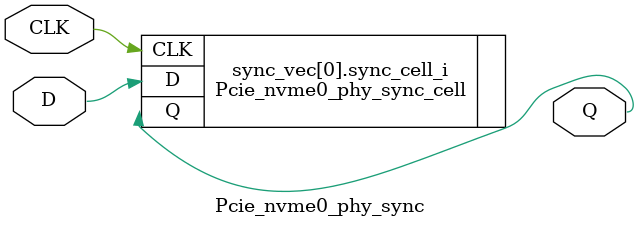
<source format=v>





`timescale 1ps / 1ps



//-------------------------------------------------------------------------------------------------
//  PHY Synchronizer Module
//-------------------------------------------------------------------------------------------------
module Pcie_nvme0_phy_sync #
(
    parameter integer WIDTH = 1, 
    parameter integer STAGE = 2
)
(
    //-------------------------------------------------------------------------- 
    //  Input Ports
    //-------------------------------------------------------------------------- 
    input                               CLK,
    input       [WIDTH-1:0]             D,
    
    //-------------------------------------------------------------------------- 
    //  Output Ports
    //-------------------------------------------------------------------------- 
    output      [WIDTH-1:0]             Q
);                                                        



//--------------------------------------------------------------------------------------------------
//  Generate Synchronizer - Begin
//--------------------------------------------------------------------------------------------------
genvar i;

generate for (i=0; i<WIDTH; i=i+1) 

    begin : sync_vec

    //----------------------------------------------------------------------
    //  Synchronizer
    //----------------------------------------------------------------------
Pcie_nvme0_phy_sync_cell #
    (
        .STAGE                            (STAGE)
    )    
    sync_cell_i
    (
        //------------------------------------------------------------------
        //  Input Ports
        //------------------------------------------------------------------
        .CLK                              (CLK),
        .D                                (D[i]),

        //------------------------------------------------------------------
        //  Output Ports
        //------------------------------------------------------------------
        .Q                                (Q[i])
    );
 
    end   
      
endgenerate 
//--------------------------------------------------------------------------------------------------
//  Generate - End
//--------------------------------------------------------------------------------------------------



endmodule





</source>
